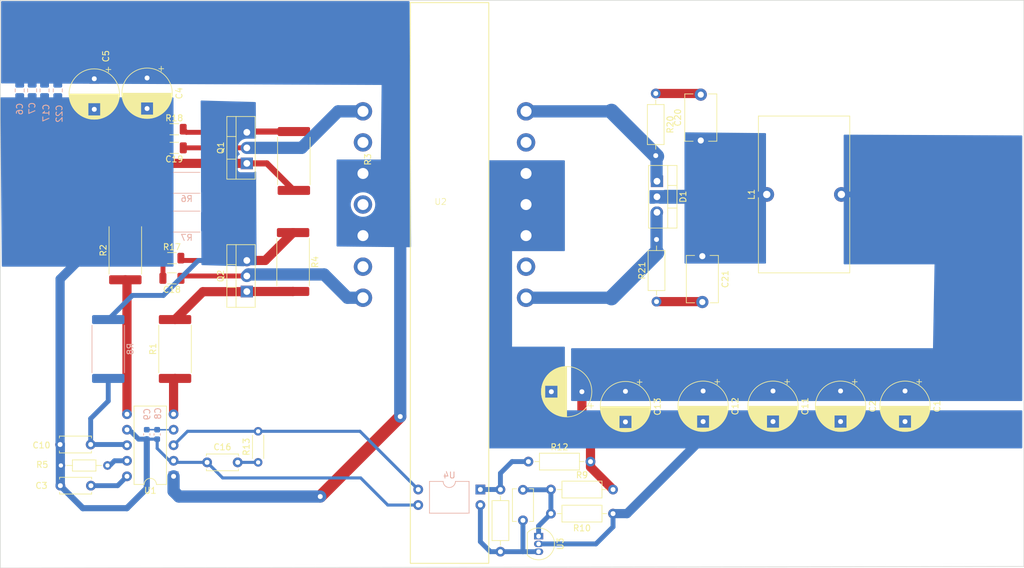
<source format=kicad_pcb>
(kicad_pcb (version 20221018) (generator pcbnew)
  (layers (0 "F.Cu" signal) (31 "B.Cu" signal) (34 "B.Paste" user) (35 "F.Paste" user) (36 "B.SilkS" user "B.Silkscreen") (37 "F.SilkS" user "F.Silkscreen") (38 "B.Mask" user) (39 "F.Mask" user) (44 "Edge.Cuts" user))
  (net 0 "")
  (net 1 "/OUT2")
  (net 2 "/OUT1")
  (net 3 "GND")
  (net 4 "Net-(U1-RT)")
  (net 5 "/CS")
  (net 6 "/Vref")
  (net 7 "GND2")
  (net 8 "Net-(U3-K)")
  (net 9 "Net-(R11-Pad2)")
  (net 10 "Vout")
  (net 11 "/Snb2")
  (net 12 "/Snb1")
  (net 13 "Net-(C20-Pad2)")
  (net 14 "Net-(C21-Pad2)")
  (net 15 "Net-(U1-Vcc)")
  (net 16 "Net-(U1-SS)")
  (net 17 "/VD1")
  (net 18 "/Vsw-out")
  (net 19 "/VD2")
  (net 20 "/SW1D")
  (net 21 "/Rsh")
  (net 22 "/SW2D")
  (net 23 "VDC")
  (net 24 "Net-(C16-Pad2)")
  (net 25 "/comp")
  (net 26 "/G1")
  (net 27 "/G2")
  (footprint "Package_TO_SOT_THT:TO-220-3_Vertical" (layer "F.Cu") (at 144.836 55.499 90)
    (fp_text reference "Q1" (at 2.54 -4.27 90) (layer "F.SilkS"))
    (fp_text value "IRF540N")
    (pad "1" thru_hole rect (at 0 0 90) (size 1.905 2) (drill 1.1) (layers "*.Cu" "*.Mask") (net 26 "/G1"))
    (pad "2" thru_hole oval (at 2.54 0 90) (size 1.905 2) (drill 1.1) (layers "*.Cu" "*.Mask") (net 20 "/SW1D"))
    (pad "3" thru_hole oval (at 5.08 0 90) (size 1.905 2) (drill 1.1) (layers "*.Cu" "*.Mask") (net 21 "/Rsh"))
  )
  (footprint "Capacitor_THT:CP_Radial_D8.0mm_P5.00mm" (layer "F.Cu") (at 206.756 92.777698 -90)
    (fp_text reference "C13" (at 2.5 -5.25 90) (layer "F.SilkS"))
    (fp_text value "330u")
    (pad "1" thru_hole rect (at 0 0 270) (size 1.6 1.6) (drill 0.8) (layers "*.Cu" "*.Mask") (net 10 "Vout"))
    (pad "2" thru_hole circle (at 5 0 270) (size 1.6 1.6) (drill 0.8) (layers "*.Cu" "*.Mask") (net 7 "GND2"))
  )
  (footprint "Resistor_THT:R_Axial_DIN0207_L6.3mm_D2.5mm_P10.16mm_Horizontal" (layer "F.Cu") (at 186.309 118.999 90)
    (fp_text reference "R11" hide)
    (fp_text value "1k")
    (pad "1" thru_hole circle (at 0 0 90) (size 1.6 1.6) (drill 0.8) (layers "*.Cu" "*.Mask") (net 8 "Net-(U3-K)"))
    (pad "2" thru_hole oval (at 10.16 0 90) (size 1.6 1.6) (drill 0.8) (layers "*.Cu" "*.Mask") (net 9 "Net-(R11-Pad2)"))
  )
  (footprint "Resistor_THT:R_Axial_DIN0204_L3.6mm_D1.6mm_P5.08mm_Horizontal" (layer "F.Cu") (at 146.685 104.394 90)
    (fp_text reference "R13" (at 2.54 -1.92 90) (layer "F.SilkS"))
    (fp_text value "DNP")
    (pad "1" thru_hole circle (at 0 0 90) (size 1.4 1.4) (drill 0.7) (layers "*.Cu" "*.Mask") (net 24 "Net-(C16-Pad2)"))
    (pad "2" thru_hole oval (at 5.08 0 90) (size 1.4 1.4) (drill 0.7) (layers "*.Cu" "*.Mask") (net 25 "/comp"))
  )
  (footprint "Resistor_SMD:R_4020_10251Metric" (layer "F.Cu") (at 152.527 55.1045 -90)
    (fp_text reference "R3" (at -0.254 -12.109 90) (layer "F.SilkS"))
    (fp_text value "10k")
    (pad "1" smd roundrect (at -4.8125 0 270) (size 1.475 5.3) (layers "F.Cu" "F.Paste" "F.Mask") (roundrect_rratio 0.1694922034) (net 21 "/Rsh"))
    (pad "2" smd roundrect (at 4.8125 0 270) (size 1.475 5.3) (layers "F.Cu" "F.Paste" "F.Mask") (roundrect_rratio 0.1694922034) (net 26 "/G1"))
  )
  (footprint "Resistor_THT:R_Axial_DIN0207_L6.3mm_D2.5mm_P10.16mm_Horizontal" (layer "F.Cu") (at 194.564 108.839)
    (fp_text reference "R9" (at 5.08 -2.37) (layer "F.SilkS"))
    (fp_text value "218k")
    (pad "1" thru_hole circle (at 0 0) (size 1.6 1.6) (drill 0.8) (layers "*.Cu" "*.Mask") (net 6 "/Vref"))
    (pad "2" thru_hole oval (at 10.16 0) (size 1.6 1.6) (drill 0.8) (layers "*.Cu" "*.Mask") (net 10 "Vout"))
  )
  (footprint "Push-Pull:ETD34-14pin" (layer "F.Cu") (at 163.83 62.23)
    (fp_text reference "U2" (at 12.7 -0.46 unlocked) (layer "F.SilkS") (effects (font (thickness 0.1))))
    (fp_text value "Custom_Transformer")
    (pad "1" thru_hole circle (at 0 -15.24) (size 3 3) (drill 1.8) (layers "*.Cu" "*.Mask") (net 20 "/SW1D"))
    (pad "2" thru_hole circle (at 0 -10.16) (size 3 3) (drill 1.8) (layers "*.Cu" "*.Mask"))
    (pad "3" thru_hole circle (at 0 -5.08) (size 3 3) (drill 1.8) (layers "*.Cu" "*.Mask") (net 23 "VDC"))
    (pad "4" thru_hole circle (at 0 0) (size 3 3) (drill 1.8) (layers "*.Cu" "*.Mask"))
    (pad "5" thru_hole circle (at 0 5.08) (size 3 3) (drill 1.8) (layers "*.Cu" "*.Mask") (net 23 "VDC"))
    (pad "6" thru_hole circle (at 0 10.16) (size 3 3) (drill 1.8) (layers "*.Cu" "*.Mask"))
    (pad "7" thru_hole circle (at 0 15.24) (size 3 3) (drill 1.8) (layers "*.Cu" "*.Mask") (net 22 "/SW2D"))
    (pad "8" thru_hole circle (at 26.67 15.24) (size 3 3) (drill 1.8) (layers "*.Cu" "*.Mask") (net 19 "/VD2"))
    (pad "9" thru_hole circle (at 26.67 10.16) (size 3 3) (drill 1.8) (layers "*.Cu" "*.Mask"))
    (pad "10" thru_hole circle (at 26.67 5.08) (size 3 3) (drill 1.8) (layers "*.Cu" "*.Mask") (net 7 "GND2"))
    (pad "11" thru_hole circle (at 26.67 0) (size 3 3) (drill 1.8) (layers "*.Cu" "*.Mask"))
    (pad "12" thru_hole circle (at 26.67 -5.08) (size 3 3) (drill 1.8) (layers "*.Cu" "*.Mask") (net 7 "GND2"))
    (pad "13" thru_hole circle (at 26.67 -10.16) (size 3 3) (drill 1.8) (layers "*.Cu" "*.Mask"))
    (pad "14" thru_hole circle (at 26.67 -15.24) (size 3 3) (drill 1.8) (layers "*.Cu" "*.Mask") (net 17 "/VD1"))
  )
  (footprint "Resistor_THT:R_Axial_DIN0207_L6.3mm_D2.5mm_P10.16mm_Horizontal" (layer "F.Cu") (at 211.836 78.105 90)
    (fp_text reference "R21" (at 5.08 -2.37 90) (layer "F.SilkS"))
    (fp_text value "10k")
    (pad "1" thru_hole circle (at 0 0 90) (size 1.6 1.6) (drill 0.8) (layers "*.Cu" "*.Mask") (net 14 "Net-(C21-Pad2)"))
    (pad "2" thru_hole oval (at 10.16 0 90) (size 1.6 1.6) (drill 0.8) (layers "*.Cu" "*.Mask") (net 19 "/VD2"))
  )
  (footprint "Resistor_SMD:R_4020_10251Metric" (layer "F.Cu") (at 133.096 85.852 90)
    (fp_text reference "R1" (at 0 -3.6 90) (layer "F.SilkS"))
    (fp_text value "10")
    (pad "1" smd roundrect (at -4.8125 0 90) (size 1.475 5.3) (layers "F.Cu" "F.Paste" "F.Mask") (roundrect_rratio 0.1694922034) (net 1 "/OUT2"))
    (pad "2" smd roundrect (at 4.8125 0 90) (size 1.475 5.3) (layers "F.Cu" "F.Paste" "F.Mask") (roundrect_rratio 0.1694922034) (net 27 "/G2"))
  )
  (footprint "Resistor_THT:R_Axial_DIN0207_L6.3mm_D2.5mm_P10.16mm_Horizontal" (layer "F.Cu") (at 211.709 44.069 -90)
    (fp_text reference "R20" (at 5.08 -2.37 90) (layer "F.SilkS"))
    (fp_text value "10k")
    (pad "1" thru_hole circle (at 0 0 270) (size 1.6 1.6) (drill 0.8) (layers "*.Cu" "*.Mask") (net 13 "Net-(C20-Pad2)"))
    (pad "2" thru_hole oval (at 10.16 0 270) (size 1.6 1.6) (drill 0.8) (layers "*.Cu" "*.Mask") (net 17 "/VD1"))
  )
  (footprint "Capacitor_THT:CP_Radial_D8.0mm_P5.00mm" (layer "F.Cu") (at 128.524 41.529 -90)
    (fp_text reference "C4" (at 2.5 -5.25 90) (layer "F.SilkS"))
    (fp_text value "330u")
    (pad "1" thru_hole rect (at 0 0 270) (size 1.6 1.6) (drill 0.8) (layers "*.Cu" "*.Mask") (net 23 "VDC"))
    (pad "2" thru_hole circle (at 5 0 270) (size 1.6 1.6) (drill 0.8) (layers "*.Cu" "*.Mask") (net 3 "GND"))
  )
  (footprint "Capacitor_THT:C_Disc_D5.0mm_W2.5mm_P5.00mm" (layer "F.Cu") (at 114.34 108.204)
    (fp_text reference "C3" (at -3.088 0) (layer "F.SilkS"))
    (fp_text value "20nF")
    (pad "1" thru_hole circle (at 0 0) (size 1.6 1.6) (drill 0.8) (layers "*.Cu" "*.Mask") (net 3 "GND"))
    (pad "2" thru_hole circle (at 5 0) (size 1.6 1.6) (drill 0.8) (layers "*.Cu" "*.Mask") (net 16 "Net-(U1-SS)"))
  )
  (footprint "Capacitor_THT:C_Disc_D7.5mm_W5.0mm_P7.50mm" (layer "F.Cu") (at 219.075 51.756 90)
    (fp_text reference "C20" (at 3.75 -3.75 90) (layer "F.SilkS"))
    (fp_text value "C")
    (pad "1" thru_hole circle (at 0 0 90) (size 2 2) (drill 1) (layers "*.Cu" "*.Mask") (net 18 "/Vsw-out"))
    (pad "2" thru_hole circle (at 7.5 0 90) (size 2 2) (drill 1) (layers "*.Cu" "*.Mask") (net 13 "Net-(C20-Pad2)"))
  )
  (footprint "Capacitor_THT:C_Disc_D5.0mm_W2.5mm_P5.00mm" (layer "F.Cu") (at 119.3 101.473 180)
    (fp_text reference "C10" (at 8.048 -0.127) (layer "F.SilkS"))
    (fp_text value "C")
    (pad "1" thru_hole circle (at 0 0 180) (size 1.6 1.6) (drill 0.8) (layers "*.Cu" "*.Mask") (net 5 "/CS"))
    (pad "2" thru_hole circle (at 5 0 180) (size 1.6 1.6) (drill 0.8) (layers "*.Cu" "*.Mask") (net 3 "GND"))
  )
  (footprint "Resistor_SMD:R_4020_10251Metric" (layer "F.Cu") (at 124.968 69.723 90)
    (fp_text reference "R2" (at 0 -3.6 90) (layer "F.SilkS"))
    (fp_text value "10")
    (pad "1" smd roundrect (at -4.8125 0 90) (size 1.475 5.3) (layers "F.Cu" "F.Paste" "F.Mask") (roundrect_rratio 0.1694922034) (net 2 "/OUT1"))
    (pad "2" smd roundrect (at 4.8125 0 90) (size 1.475 5.3) (layers "F.Cu" "F.Paste" "F.Mask") (roundrect_rratio 0.1694922034) (net 26 "/G1"))
  )
  (footprint "Resistor_THT:R_Axial_DIN0207_L6.3mm_D2.5mm_P10.16mm_Horizontal" (layer "F.Cu") (at 204.724 112.776 180)
    (fp_text reference "R10" (at 5.08 -2.37) (layer "F.SilkS"))
    (fp_text value "12k")
    (pad "1" thru_hole circle (at 0 0 180) (size 1.6 1.6) (drill 0.8) (layers "*.Cu" "*.Mask") (net 7 "GND2"))
    (pad "2" thru_hole oval (at 10.16 0 180) (size 1.6 1.6) (drill 0.8) (layers "*.Cu" "*.Mask") (net 6 "/Vref"))
  )
  (footprint "Capacitor_THT:C_Disc_D7.5mm_W5.0mm_P7.50mm" (layer "F.Cu") (at 219.329 70.672 -90)
    (fp_text reference "C21" (at 3.75 -3.75 90) (layer "F.SilkS"))
    (fp_text value "C")
    (pad "1" thru_hole circle (at 0 0 270) (size 2 2) (drill 1) (layers "*.Cu" "*.Mask") (net 18 "/Vsw-out"))
    (pad "2" thru_hole circle (at 7.5 0 270) (size 2 2) (drill 1) (layers "*.Cu" "*.Mask") (net 14 "Net-(C21-Pad2)"))
  )
  (footprint "Capacitor_THT:CP_Radial_D8.0mm_P5.00mm" (layer "F.Cu") (at 230.886 92.720349 -90)
    (fp_text reference "C11" (at 2.5 -5.25 90) (layer "F.SilkS"))
    (fp_text value "330u")
    (pad "1" thru_hole rect (at 0 0 270) (size 1.6 1.6) (drill 0.8) (layers "*.Cu" "*.Mask") (net 10 "Vout"))
    (pad "2" thru_hole circle (at 5 0 270) (size 1.6 1.6) (drill 0.8) (layers "*.Cu" "*.Mask") (net 7 "GND2"))
  )
  (footprint "Capacitor_THT:CP_Radial_D8.0mm_P5.00mm" (layer "F.Cu") (at 199.633651 92.837 180)
    (fp_text reference "C14" hide)
    (fp_text value "330u")
    (pad "1" thru_hole rect (at 0 0 180) (size 1.6 1.6) (drill 0.8) (layers "*.Cu" "*.Mask") (net 10 "Vout"))
    (pad "2" thru_hole circle (at 5 0 180) (size 1.6 1.6) (drill 0.8) (layers "*.Cu" "*.Mask") (net 7 "GND2"))
  )
  (footprint "Capacitor_THT:CP_Radial_D8.0mm_P5.00mm" (layer "F.Cu") (at 119.888 41.656 -90)
    (fp_text reference "C5" (at -3.683 -1.905 90) (layer "F.SilkS"))
    (fp_text value "330uF")
    (pad "1" thru_hole rect (at 0 0 270) (size 1.6 1.6) (drill 0.8) (layers "*.Cu" "*.Mask") (net 23 "VDC"))
    (pad "2" thru_hole circle (at 5 0 270) (size 1.6 1.6) (drill 0.8) (layers "*.Cu" "*.Mask") (net 3 "GND"))
  )
  (footprint "Capacitor_THT:CP_Radial_D8.0mm_P5.00mm" (layer "F.Cu") (at 219.456 92.720349 -90)
    (fp_text reference "C12" (at 2.5 -5.25 90) (layer "F.SilkS"))
    (fp_text value "330u")
    (pad "1" thru_hole rect (at 0 0 270) (size 1.6 1.6) (drill 0.8) (layers "*.Cu" "*.Mask") (net 10 "Vout"))
    (pad "2" thru_hole circle (at 5 0 270) (size 1.6 1.6) (drill 0.8) (layers "*.Cu" "*.Mask") (net 7 "GND2"))
  )
  (footprint "Capacitor_THT:CP_Radial_D8.0mm_P5.00mm" (layer "F.Cu") (at 252.476 92.720349 -90)
    (fp_text reference "C1" (at 2.5 -5.25 90) (layer "F.SilkS"))
    (fp_text value "330u")
    (pad "1" thru_hole rect (at 0 0 270) (size 1.6 1.6) (drill 0.8) (layers "*.Cu" "*.Mask") (net 10 "Vout"))
    (pad "2" thru_hole circle (at 5 0 270) (size 1.6 1.6) (drill 0.8) (layers "*.Cu" "*.Mask") (net 7 "GND2"))
  )
  (footprint "Capacitor_THT:C_Disc_D5.0mm_W2.5mm_P5.00mm" (layer "F.Cu") (at 138.343 104.394)
    (fp_text reference "C16" (at 2.5 -2.5) (layer "F.SilkS"))
    (fp_text value "250nF")
    (pad "1" thru_hole circle (at 0 0) (size 1.6 1.6) (drill 0.8) (layers "*.Cu" "*.Mask") (net 3 "GND"))
    (pad "2" thru_hole circle (at 5 0) (size 1.6 1.6) (drill 0.8) (layers "*.Cu" "*.Mask") (net 24 "Net-(C16-Pad2)"))
  )
  (footprint "Capacitor_SMD:C_1206_3216Metric" (layer "F.Cu") (at 132.969 52.959 180)
    (fp_text reference "C19" (at 0 -1.85 180) (layer "F.SilkS"))
    (fp_text value "C")
    (pad "1" smd roundrect (at -1.475 0 180) (size 1.15 1.8) (layers "F.Cu" "F.Paste" "F.Mask") (roundrect_rratio 0.2173913043) (net 20 "/SW1D"))
    (pad "2" smd roundrect (at 1.475 0 180) (size 1.15 1.8) (layers "F.Cu" "F.Paste" "F.Mask") (roundrect_rratio 0.2173913043) (net 12 "/Snb1"))
  )
  (footprint "Package_TO_SOT_THT:TO-92_Inline" (layer "F.Cu") (at 192.553 116.459 -90)
    (fp_text reference "U3" (at 1.27 -3.56 90) (layer "F.SilkS"))
    (fp_text value "TL431LP")
    (pad "1" thru_hole rect (at 0 0 270) (size 1.05 1.5) (drill 0.75) (layers "*.Cu" "*.Mask") (net 6 "/Vref"))
    (pad "2" thru_hole oval (at 1.27 0 270) (size 1.05 1.5) (drill 0.75) (layers "*.Cu" "*.Mask") (net 7 "GND2"))
    (pad "3" thru_hole oval (at 2.54 0 270) (size 1.05 1.5) (drill 0.75) (layers "*.Cu" "*.Mask") (net 8 "Net-(U3-K)"))
  )
  (footprint "Package_DIP:DIP-10_W7.62mm" (layer "F.Cu") (at 132.857 106.675 180)
    (fp_text reference "U1" (at 3.81 -2.33 180) (layer "F.SilkS"))
    (fp_text value "~")
    (pad "1" thru_hole rect (at 0 0 180) (size 1.6 1.6) (drill 0.8) (layers "*.Cu" "*.Mask") (net 23 "VDC"))
    (pad "2" thru_hole oval (at 0 2.54 180) (size 1.6 1.6) (drill 0.8) (layers "*.Cu" "*.Mask") (net 3 "GND"))
    (pad "3" thru_hole oval (at 0 5.08 180) (size 1.6 1.6) (drill 0.8) (layers "*.Cu" "*.Mask") (net 25 "/comp"))
    (pad "4" thru_hole oval (at 0 7.62 180) (size 1.6 1.6) (drill 0.8) (layers "*.Cu" "*.Mask") (net 15 "Net-(U1-Vcc)"))
    (pad "5" thru_hole oval (at 0 10.16 180) (size 1.6 1.6) (drill 0.8) (layers "*.Cu" "*.Mask") (net 1 "/OUT2"))
    (pad "6" thru_hole oval (at 7.62 10.16 180) (size 1.6 1.6) (drill 0.8) (layers "*.Cu" "*.Mask") (net 2 "/OUT1"))
    (pad "7" thru_hole oval (at 7.62 7.62 180) (size 1.6 1.6) (drill 0.8) (layers "*.Cu" "*.Mask") (net 3 "GND"))
    (pad "8" thru_hole oval (at 7.62 5.08 180) (size 1.6 1.6) (drill 0.8) (layers "*.Cu" "*.Mask") (net 5 "/CS"))
    (pad "9" thru_hole oval (at 7.62 2.54 180) (size 1.6 1.6) (drill 0.8) (layers "*.Cu" "*.Mask") (net 4 "Net-(U1-RT)"))
    (pad "10" thru_hole oval (at 7.62 0 180) (size 1.6 1.6) (drill 0.8) (layers "*.Cu" "*.Mask") (net 16 "Net-(U1-SS)"))
  )
  (footprint "Resistor_SMD:R_1206_3216Metric" (layer "F.Cu") (at 132.588 70.993)
    (fp_text reference "R17" (at 0 -1.82) (layer "F.SilkS"))
    (fp_text value "10k")
    (pad "1" smd roundrect (at -1.4625 0) (size 1.125 1.75) (layers "F.Cu" "F.Paste" "F.Mask") (roundrect_rratio 0.2222222222) (net 11 "/Snb2"))
    (pad "2" smd roundrect (at 1.4625 0) (size 1.125 1.75) (layers "F.Cu" "F.Paste" "F.Mask") (roundrect_rratio 0.2222222222) (net 21 "/Rsh"))
  )
  (footprint "Capacitor_THT:C_Disc_D5.1mm_W3.2mm_P5.00mm" (layer "F.Cu") (at 189.992 113.879 90)
    (fp_text reference "C15" hide)
    (fp_text value "470pF")
    (pad "1" thru_hole circle (at 0 0 90) (size 1.6 1.6) (drill 0.8) (layers "*.Cu" "*.Mask") (net 8 "Net-(U3-K)"))
    (pad "2" thru_hole circle (at 5 0 90) (size 1.6 1.6) (drill 0.8) (layers "*.Cu" "*.Mask") (net 6 "/Vref"))
  )
  (footprint "Capacitor_SMD:C_1206_3216Metric" (layer "F.Cu") (at 132.588 74.295 180)
    (fp_text reference "C18" (at 0 -1.85 180) (layer "F.SilkS"))
    (fp_text value "C")
    (pad "1" smd roundrect (at -1.475 0 180) (size 1.15 1.8) (layers "F.Cu" "F.Paste" "F.Mask") (roundrect_rratio 0.2173913043) (net 22 "/SW2D"))
    (pad "2" smd roundrect (at 1.475 0 180) (size 1.15 1.8) (layers "F.Cu" "F.Paste" "F.Mask") (roundrect_rratio 0.2173913043) (net 11 "/Snb2"))
  )
  (footprint "Package_TO_SOT_THT:TO-220-3_Vertical" (layer "F.Cu") (at 144.836 76.454 90)
    (fp_text reference "Q2" (at 2.54 -4.27 90) (layer "F.SilkS"))
    (fp_text value "IRF540N")
    (pad "1" thru_hole rect (at 0 0 90) (size 1.905 2) (drill 1.1) (layers "*.Cu" "*.Mask") (net 27 "/G2"))
    (pad "2" thru_hole oval (at 2.54 0 90) (size 1.905 2) (drill 1.1) (layers "*.Cu" "*.Mask") (net 22 "/SW2D"))
    (pad "3" thru_hole oval (at 5.08 0 90) (size 1.905 2) (drill 1.1) (layers "*.Cu" "*.Mask") (net 21 "/Rsh"))
  )
  (footprint "Package_TO_SOT_THT:TO-220-3_Vertical" (layer "F.Cu") (at 211.911 58.42 -90)
    (fp_text reference "D1" (at 2.54 -4.27 90) (layer "F.SilkS"))
    (fp_text value "MBR20200")
    (pad "1" thru_hole rect (at 0 0 270) (size 1.905 2) (drill 1.1) (layers "*.Cu" "*.Mask") (net 17 "/VD1"))
    (pad "2" thru_hole oval (at 2.54 0 270) (size 1.905 2) (drill 1.1) (layers "*.Cu" "*.Mask") (net 18 "/Vsw-out"))
    (pad "3" thru_hole oval (at 5.08 0 270) (size 1.905 2) (drill 1.1) (layers "*.Cu" "*.Mask") (net 19 "/VD2"))
  )
  (footprint "Resistor_SMD:R_4020_10251Metric" (layer "F.Cu") (at 152.4 71.628 -90)
    (fp_text reference "R4" (at 0 -3.6 90) (layer "F.SilkS"))
    (fp_text value "10k")
    (pad "1" smd roundrect (at -4.8125 0 270) (size 1.475 5.3) (layers "F.Cu" "F.Paste" "F.Mask") (roundrect_rratio 0.1694922034) (net 21 "/Rsh"))
    (pad "2" smd roundrect (at 4.8125 0 270) (size 1.475 5.3) (layers "F.Cu" "F.Paste" "F.Mask") (roundrect_rratio 0.1694922034) (net 27 "/G2"))
  )
  (footprint "Capacitor_THT:CP_Radial_D8.0mm_P5.00mm" (layer "F.Cu") (at 241.935 92.720349 -90)
    (fp_text reference "C2" (at 2.5 -5.25 90) (layer "F.SilkS"))
    (fp_text value "330u")
    (pad "1" thru_hole rect (at 0 0 270) (size 1.6 1.6) (drill 0.8) (layers "*.Cu" "*.Mask") (net 10 "Vout"))
    (pad "2" thru_hole circle (at 5 0 270) (size 1.6 1.6) (drill 0.8) (layers "*.Cu" "*.Mask") (net 7 "GND2"))
  )
  (footprint "Resistor_THT:R_Axial_DIN0207_L6.3mm_D2.5mm_P10.16mm_Horizontal" (layer "F.Cu") (at 190.881 104.267)
    (fp_text reference "R12" (at 5.08 -2.37) (layer "F.SilkS"))
    (fp_text value "15k")
    (pad "1" thru_hole circle (at 0 0) (size 1.6 1.6) (drill 0.8) (layers "*.Cu" "*.Mask") (net 9 "Net-(R11-Pad2)"))
    (pad "2" thru_hole oval (at 10.16 0) (size 1.6 1.6) (drill 0.8) (layers "*.Cu" "*.Mask") (net 10 "Vout"))
  )
  (footprint "Resistor_SMD:R_1206_3216Metric" (layer "F.Cu") (at 132.969 49.911)
    (fp_text reference "R18" (at 0 -1.82) (layer "F.SilkS"))
    (fp_text value "10k")
    (pad "1" smd roundrect (at -1.4625 0) (size 1.125 1.75) (layers "F.Cu" "F.Paste" "F.Mask") (roundrect_rratio 0.2222222222) (net 12 "/Snb1"))
    (pad "2" smd roundrect (at 1.4625 0) (size 1.125 1.75) (layers "F.Cu" "F.Paste" "F.Mask") (roundrect_rratio 0.2222222222) (net 21 "/Rsh"))
  )
  (footprint "Resistor_THT:R_Axial_DIN0204_L3.6mm_D1.6mm_P7.62mm_Horizontal" (layer "F.Cu") (at 114.427 104.902)
    (fp_text reference "R5" (at -3.048 -0.127) (layer "F.SilkS"))
    (fp_text value "26k7")
    (pad "1" thru_hole circle (at 0 0) (size 1.4 1.4) (drill 0.7) (layers "*.Cu" "*.Mask") (net 3 "GND"))
    (pad "2" thru_hole oval (at 7.62 0) (size 1.4 1.4) (drill 0.7) (layers "*.Cu" "*.Mask") (net 4 "Net-(U1-RT)"))
  )
  (footprint "Inductor_THT:L_Toroid_Vertical_L25.4mm_W14.7mm_P12.20mm_Vishay_TJ5" (layer "F.Cu") (at 229.866 60.579 90)
    (fp_text reference "L1" (at 0 -2.5 90) (layer "F.SilkS"))
    (fp_text value "L")
    (pad "1" thru_hole circle (at 0 0 90) (size 2.4 2.4) (drill 1.2) (layers "*.Cu" "*.Mask") (net 18 "/Vsw-out"))
    (pad "2" thru_hole circle (at 0 12.2 90) (size 2.4 2.4) (drill 1.2) (layers "*.Cu" "*.Mask") (net 10 "Vout"))
  )
  (footprint "Capacitor_SMD:C_0805_2012Metric" (layer "B.Cu") (at 111.76 43.561 90)
    (fp_text reference "C17" (at -3.683 0.254 90) (layer "B.SilkS") (effects (justify mirror)))
    (fp_text value "1u")
    (pad "1" smd roundrect (at -0.95 0 90) (size 1 1.45) (layers "B.Cu" "B.Paste" "B.Mask") (net 3 "GND"))
    (pad "2" smd roundrect (at 0.95 0 90) (size 1 1.45) (layers "B.Cu" "B.Paste" "B.Mask") (net 23 "VDC"))
  )
  (footprint "Resistor_SMD:R_4020_10251Metric" (layer "B.Cu") (at 122.174 85.852 90)
    (fp_text reference "R8" (at 0 3.6 90) (layer "B.SilkS") (effects (justify mirror)))
    (fp_text value "10k")
    (pad "1" smd roundrect (at -4.8125 0 90) (size 1.475 5.3) (layers "B.Cu" "B.Paste" "B.Mask") (roundrect_rratio 0.1694922034) (net 5 "/CS"))
    (pad "2" smd roundrect (at 4.8125 0 90) (size 1.475 5.3) (layers "B.Cu" "B.Paste" "B.Mask") (roundrect_rratio 0.1694922034) (net 21 "/Rsh"))
  )
  (footprint "Capacitor_SMD:C_0805_2012Metric" (layer "B.Cu") (at 109.728 43.561 90)
    (fp_text reference "C7" (at -2.921 0 90) (layer "B.SilkS") (effects (justify mirror)))
    (fp_text value "1u")
    (pad "1" smd roundrect (at -0.95 0 90) (size 1 1.45) (layers "B.Cu" "B.Paste" "B.Mask") (net 3 "GND"))
    (pad "2" smd roundrect (at 0.95 0 90) (size 1 1.45) (layers "B.Cu" "B.Paste" "B.Mask") (net 23 "VDC"))
  )
  (footprint "Capacitor_SMD:C_0603_1608Metric" (layer "B.Cu") (at 128.473 99.822 -90)
    (fp_text reference "C8" (at -3.429 -1.829 90) (layer "B.SilkS") (effects (justify mirror)))
    (fp_text value "100nF")
    (pad "1" smd roundrect (at -0.775 0 270) (size 0.9 0.95) (layers "B.Cu" "B.Paste" "B.Mask") (net 15 "Net-(U1-Vcc)"))
    (pad "2" smd roundrect (at 0.775 0 270) (size 0.9 0.95) (layers "B.Cu" "B.Paste" "B.Mask") (net 3 "GND"))
  )
  (footprint "Capacitor_SMD:C_0603_1608Metric" (layer "B.Cu") (at 130.175 99.822 -90)
    (fp_text reference "C9" (at -3.302 1.651 90) (layer "B.SilkS") (effects (justify mirror)))
    (fp_text value "1uF")
    (pad "1" smd roundrect (at -0.775 0 270) (size 0.9 0.95) (layers "B.Cu" "B.Paste" "B.Mask") (net 15 "Net-(U1-Vcc)"))
    (pad "2" smd roundrect (at 0.775 0 270) (size 0.9 0.95) (layers "B.Cu" "B.Paste" "B.Mask") (net 3 "GND"))
  )
  (footprint "Resistor_SMD:R_2512_6332Metric_Pad1.40x3.35mm_HandSolder" (layer "B.Cu") (at 135.001 58.674)
    (fp_text reference "R6" (at 0 2.62) (layer "B.SilkS") (effects (justify mirror)))
    (fp_text value "68m")
    (pad "1" smd roundrect (at -3.05 0) (size 1.4 3.35) (layers "B.Cu" "B.Paste" "B.Mask") (roundrect_rratio 0.1785707143) (net 3 "GND"))
    (pad "2" smd roundrect (at 3.05 0) (size 1.4 3.35) (layers "B.Cu" "B.Paste" "B.Mask") (roundrect_rratio 0.1785707143) (net 21 "/Rsh"))
  )
  (footprint "Capacitor_SMD:C_0805_2012Metric" (layer "B.Cu") (at 113.919 43.561 90)
    (fp_text reference "C22" (at -3.81 0.254 90) (layer "B.SilkS") (effects (justify mirror)))
    (fp_text value "1u")
    (pad "1" smd roundrect (at -0.95 0 90) (size 1 1.45) (layers "B.Cu" "B.Paste" "B.Mask") (net 3 "GND"))
    (pad "2" smd roundrect (at 0.95 0 90) (size 1 1.45) (layers "B.Cu" "B.Paste" "B.Mask") (net 23 "VDC"))
  )
  (footprint "Capacitor_SMD:C_0805_2012Metric" (layer "B.Cu") (at 107.696 43.561 90)
    (fp_text reference "C6" (at -3.048 0 90) (layer "B.SilkS") (effects (justify mirror)))
    (fp_text value "1u")
    (pad "1" smd roundrect (at -0.95 0 90) (size 1 1.45) (layers "B.Cu" "B.Paste" "B.Mask") (net 3 "GND"))
    (pad "2" smd roundrect (at 0.95 0 90) (size 1 1.45) (layers "B.Cu" "B.Paste" "B.Mask") (net 23 "VDC"))
  )
  (footprint "Package_DIP:DIP-4_W10.16mm" (layer "B.Cu") (at 183.027 108.834 180)
    (fp_text reference "U4" (at 5.08 2.33 -360) (layer "B.SilkS") (effects (justify mirror)))
    (fp_text value "LTV-817M")
    (pad "1" thru_hole rect (at 0 0 180) (size 1.6 1.6) (drill 0.8) (layers "*.Cu" "*.Mask") (net 9 "Net-(R11-Pad2)"))
    (pad "2" thru_hole oval (at 0 -2.54 180) (size 1.6 1.6) (drill 0.8) (layers "*.Cu" "*.Mask") (net 8 "Net-(U3-K)"))
    (pad "3" thru_hole oval (at 10.16 -2.54 180) (size 1.6 1.6) (drill 0.8) (layers "*.Cu" "*.Mask") (net 3 "GND"))
    (pad "4" thru_hole oval (at 10.16 0 180) (size 1.6 1.6) (drill 0.8) (layers "*.Cu" "*.Mask") (net 25 "/comp"))
  )
  (footprint "Resistor_SMD:R_2512_6332Metric_Pad1.40x3.35mm_HandSolder" (layer "B.Cu") (at 135.001 65.024)
    (fp_text reference "R7" (at 0 2.62) (layer "B.SilkS") (effects (justify mirror)))
    (fp_text value "68m")
    (pad "1" smd roundrect (at -3.05 0) (size 1.4 3.35) (layers "B.Cu" "B.Paste" "B.Mask") (roundrect_rratio 0.1785707143) (net 3 "GND"))
    (pad "2" smd roundrect (at 3.05 0) (size 1.4 3.35) (layers "B.Cu" "B.Paste" "B.Mask") (roundrect_rratio 0.1785707143) (net 21 "/Rsh"))
  )
  (gr_rect (start 171.577 29.21) (end 184.404 120.904) (stroke (width 0.15)) (fill none) (layer "F.SilkS"))
  (gr_line (start 271.907 121.412) (end 271.907 28.829) (stroke (width 0.1)) (layer "Edge.Cuts"))
  (gr_line (start 104.521 121.666) (end 271.907 121.412) (stroke (width 0.1)) (layer "Edge.Cuts"))
  (gr_line (start 271.907 28.829) (end 104.521 28.829) (stroke (width 0.1)) (layer "Edge.Cuts"))
  (gr_line (start 104.521 28.829) (end 104.521 121.666) (stroke (width 0.1)) (layer "Edge.Cuts"))
  (segment (start 132.857 90.9035) (end 133.096 90.6645) (width 1.5) (layer "F.Cu") (net 1))
  (segment (start 132.857 96.515) (end 132.857 90.9035) (width 1.5) (layer "F.Cu") (net 1))
  (segment (start 125.237 96.515) (end 125.237 74.8045) (width 1.5) (layer "F.Cu") (net 2))
  (segment (start 125.237 74.8045) (end 124.968 74.5355) (width 1.5) (layer "F.Cu") (net 2))
  (segment (start 114.34 108.204) (end 114.34 101.513) (width 1.5) (layer "B.Cu") (net 3))
  (segment (start 130.175 100.597) (end 130.175 102.108) (width 0.5) (layer "B.Cu") (net 3))
  (segment (start 132.862 104.14) (end 132.857 104.135) (width 1.5) (layer "B.Cu") (net 3))
  (segment (start 138.343 104.394) (end 140.89 106.941) (width 0.5) (layer "B.Cu") (net 3))
  (segment (start 125.222 111.887) (end 128.473 108.636) (width 1) (layer "B.Cu") (net 3))
  (segment (start 163.456 106.941) (end 167.889 111.374) (width 0.5) (layer "B.Cu") (net 3))
  (segment (start 114.3 74.422) (end 114.3 101.473) (width 1.5) (layer "B.Cu") (net 3))
  (segment (start 114.34 101.513) (end 114.3 101.473) (width 1.5) (layer "B.Cu") (net 3))
  (segment (start 114.34 108.204) (end 118.023 111.887) (width 1) (layer "B.Cu") (net 3))
  (segment (start 133.116 104.394) (end 132.857 104.135) (width 0.5) (layer "B.Cu") (net 3))
  (segment (start 131.951 65.024) (end 123.698 65.024) (width 1.5) (layer "B.Cu") (net 3))
  (segment (start 127.14 100.597) (end 128.473 100.597) (width 0.8) (layer "B.Cu") (net 3))
  (segment (start 128.473 100.597) (end 130.175 100.597) (width 0.5) (layer "B.Cu") (net 3))
  (segment (start 125.598 99.055) (end 127.14 100.597) (width 0.8) (layer "B.Cu") (net 3))
  (segment (start 130.175 102.108) (end 132.202 104.135) (width 0.5) (layer "B.Cu") (net 3))
  (segment (start 123.698 65.024) (end 114.3 74.422) (width 1.5) (layer "B.Cu") (net 3))
  (segment (start 132.202 104.135) (end 132.857 104.135) (width 0.5) (layer "B.Cu") (net 3))
  (segment (start 138.343 104.394) (end 133.116 104.394) (width 0.5) (layer "B.Cu") (net 3))
  (segment (start 118.023 111.887) (end 125.222 111.887) (width 1) (layer "B.Cu") (net 3))
  (segment (start 167.889 111.374) (end 172.867 111.374) (width 0.5) (layer "B.Cu") (net 3))
  (segment (start 140.89 106.941) (end 163.456 106.941) (width 0.5) (layer "B.Cu") (net 3))
  (segment (start 128.473 108.636) (end 128.473 100.597) (width 1) (layer "B.Cu") (net 3))
  (segment (start 125.237 99.055) (end 125.598 99.055) (width 0.8) (layer "B.Cu") (net 3))
  (segment (start 122.047 104.775) (end 122.555 104.775) (width 0.8) (layer "B.Cu") (net 4))
  (segment (start 122.555 104.775) (end 123.195 104.135) (width 0.8) (layer "B.Cu") (net 4))
  (segment (start 123.195 104.135) (end 125.237 104.135) (width 0.8) (layer "B.Cu") (net 4))
  (segment (start 119.3 101.473) (end 119.3 97.235) (width 0.8) (layer "B.Cu") (net 5))
  (segment (start 125.115 101.473) (end 125.237 101.595) (width 0.25) (layer "B.Cu") (net 5))
  (segment (start 119.3 97.235) (end 122.174 94.361) (width 0.8) (layer "B.Cu") (net 5))
  (segment (start 119.427 101.473) (end 125.115 101.473) (width 0.8) (layer "B.Cu") (net 5))
  (segment (start 122.174 94.361) (end 122.174 90.6645) (width 0.8) (layer "B.Cu") (net 5))
  (segment (start 194.524 108.879) (end 194.564 108.839) (width 0.8) (layer "B.Cu") (net 6))
  (segment (start 189.992 108.879) (end 194.524 108.879) (width 0.8) (layer "B.Cu") (net 6))
  (segment (start 194.564 112.776) (end 194.564 108.839) (width 0.8) (layer "B.Cu") (net 6))
  (segment (start 192.553 114.787) (end 194.564 112.776) (width 0.8) (layer "B.Cu") (net 6))
  (segment (start 192.553 116.459) (end 192.553 114.787) (width 0.8) (layer "B.Cu") (net 6))
  (segment (start 204.724 114.935) (end 201.93 117.729) (width 0.8) (layer "B.Cu") (net 7))
  (segment (start 201.93 117.729) (end 192.553 117.729) (width 0.8) (layer "B.Cu") (net 7))
  (segment (start 204.724 112.776) (end 204.724 114.935) (width 0.8) (layer "B.Cu") (net 7))
  (segment (start 207.01 112.776) (end 219.456 100.33) (width 1.5) (layer "B.Cu") (net 7))
  (segment (start 219.456 100.33) (end 219.456 97.720349) (width 1.5) (layer "B.Cu") (net 7))
  (segment (start 204.724 112.776) (end 207.01 112.776) (width 1.5) (layer "B.Cu") (net 7))
  (segment (start 183.027 117.368) (end 183.027 111.374) (width 0.8) (layer "B.Cu") (net 8))
  (segment (start 186.309 118.999) (end 184.658 118.999) (width 0.8) (layer "B.Cu") (net 8))
  (segment (start 189.992 113.879) (end 189.992 118.999) (width 0.8) (layer "B.Cu") (net 8))
  (segment (start 184.658 118.999) (end 183.027 117.368) (width 0.8) (layer "B.Cu") (net 8))
  (segment (start 192.553 118.999) (end 189.992 118.999) (width 0.8) (layer "B.Cu") (net 8))
  (segment (start 189.992 118.999) (end 186.309 118.999) (width 0.8) (layer "B.Cu") (net 8))
  (segment (start 186.304 108.834) (end 186.309 108.839) (width 0.8) (layer "B.Cu") (net 9))
  (segment (start 186.309 106.172) (end 186.309 108.839) (width 0.8) (layer "B.Cu") (net 9))
  (segment (start 190.881 104.267) (end 188.214 104.267) (width 0.8) (layer "B.Cu") (net 9))
  (segment (start 183.027 108.834) (end 186.304 108.834) (width 0.8) (layer "B.Cu") (net 9))
  (segment (start 188.214 104.267) (end 186.309 106.172) (width 0.8) (layer "B.Cu") (net 9))
  (segment (start 201.041 104.267) (end 201.041 105.156) (width 1.5) (layer "F.Cu") (net 10))
  (segment (start 199.633651 98.287651) (end 201.041 99.695) (width 1.5) (layer "F.Cu") (net 10))
  (segment (start 201.041 99.695) (end 201.041 104.267) (width 1.5) (layer "F.Cu") (net 10))
  (segment (start 199.633651 92.837) (end 199.633651 98.287651) (width 1.5) (layer "F.Cu") (net 10))
  (segment (start 201.041 105.156) (end 204.724 108.839) (width 1.5) (layer "F.Cu") (net 10))
  (segment (start 131.1255 70.993) (end 131.1255 74.2825) (width 0.8) (layer "F.Cu") (net 11))
  (segment (start 131.1255 74.2825) (end 131.113 74.295) (width 0.8) (layer "F.Cu") (net 11))
  (segment (start 218.888 44.069) (end 219.075 44.256) (width 1.5) (layer "F.Cu") (net 13))
  (segment (start 211.709 44.069) (end 218.888 44.069) (width 1.5) (layer "F.Cu") (net 13))
  (segment (start 211.836 78.105) (end 219.262 78.105) (width 1.5) (layer "F.Cu") (net 14))
  (segment (start 219.262 78.105) (end 219.329 78.172) (width 1.5) (layer "F.Cu") (net 14))
  (segment (start 132.857 99.055) (end 130.183 99.055) (width 0.25) (layer "B.Cu") (net 15))
  (segment (start 130.183 99.055) (end 130.175 99.047) (width 0.25) (layer "B.Cu") (net 15))
  (segment (start 130.175 99.047) (end 128.473 99.047) (width 0.25) (layer "B.Cu") (net 15))
  (segment (start 119.34 108.204) (end 123.708 108.204) (width 0.8) (layer "B.Cu") (net 16))
  (segment (start 123.708 108.204) (end 125.237 106.675) (width 0.8) (layer "B.Cu") (net 16))
  (segment (start 190.5 46.99) (end 204.474 46.99) (width 2) (layer "B.Cu") (net 17))
  (segment (start 204.474 46.99) (end 211.84 54.356) (width 2.5) (layer "B.Cu") (net 17))
  (segment (start 211.84 54.356) (end 211.84 58.349) (width 2) (layer "B.Cu") (net 17))
  (segment (start 211.84 70.104) (end 211.84 63.571) (width 2) (layer "B.Cu") (net 19))
  (segment (start 204.474 77.47) (end 211.84 70.104) (width 2.5) (layer "B.Cu") (net 19))
  (segment (start 190.5 77.47) (end 204.474 77.47) (width 2) (layer "B.Cu") (net 19))
  (segment (start 144.836 52.959) (end 134.444 52.959) (width 0.8) (layer "F.Cu") (net 20))
  (segment (start 159.766 46.99) (end 153.797 52.959) (width 2) (layer "B.Cu") (net 20))
  (segment (start 153.797 52.959) (end 144.836 52.959) (width 2) (layer "B.Cu") (net 20))
  (segment (start 163.83 46.99) (end 159.766 46.99) (width 2) (layer "B.Cu") (net 20))
  (segment (start 134.4315 49.911) (end 134.9395 50.419) (width 0.8) (layer "F.Cu") (net 21))
  (segment (start 134.4315 71.374) (end 134.0505 70.993) (width 0.8) (layer "F.Cu") (net 21))
  (segment (start 144.836 71.374) (end 147.8415 71.374) (width 1.5) (layer "F.Cu") (net 21))
  (segment (start 147.8415 71.374) (end 152.4 66.8155) (width 1.5) (layer "F.Cu") (net 21))
  (segment (start 152.527 50.292) (end 144.963 50.292) (width 1) (layer "F.Cu") (net 21))
  (segment (start 134.9395 50.419) (end 144.836 50.419) (width 0.8) (layer "F.Cu") (net 21))
  (segment (start 144.963 50.292) (end 144.836 50.419) (width 1) (layer "F.Cu") (net 21))
  (segment (start 144.836 71.374) (end 134.4315 71.374) (width 0.8) (layer "F.Cu") (net 21))
  (segment (start 131.191 77.089) (end 126.1245 77.089) (width 0.8) (layer "B.Cu") (net 21))
  (segment (start 136.906 71.374) (end 131.191 77.089) (width 0.8) (layer "B.Cu") (net 21))
  (segment (start 144.836 71.374) (end 136.906 71.374) (width 0.8) (layer "B.Cu") (net 21))
  (segment (start 126.1245 77.089) (end 122.174 81.0395) (width 0.8) (layer "B.Cu") (net 21))
  (segment (start 134.444 73.914) (end 144.836 73.914) (width 0.8) (layer "F.Cu") (net 22))
  (segment (start 134.063 74.295) (end 134.444 73.914) (width 0.8) (layer "F.Cu") (net 22))
  (segment (start 145.09 73.66) (end 157.48 73.66) (width 2) (layer "B.Cu") (net 22))
  (segment (start 144.836 73.914) (end 145.09 73.66) (width 2) (layer "B.Cu") (net 22))
  (segment (start 157.48 73.66) (end 161.29 77.47) (width 2) (layer "B.Cu") (net 22))
  (segment (start 161.29 77.47) (end 163.83 77.47) (width 2) (layer "B.Cu") (net 22))
  (segment (start 156.845 109.982) (end 169.926 96.901) (width 2) (layer "F.Cu") (net 23))
  (via (at 169.926 96.901) (size 1.5) (drill 0.8) (layers "F.Cu" "B.Cu") (net 23))
  (via (at 156.845 109.982) (size 1.5) (drill 0.8) (layers "F.Cu" "B.Cu") (net 23))
  (segment (start 169.926 67.31) (end 169.926 96.901) (width 2) (layer "B.Cu") (net 23))
  (segment (start 163.83 67.31) (end 169.926 67.31) (width 2) (layer "B.Cu") (net 23))
  (segment (start 133.731 109.982) (end 132.857 109.108) (width 2) (layer "B.Cu") (net 23))
  (segment (start 132.857 109.108) (end 132.857 106.675) (width 2) (layer "B.Cu") (net 23))
  (segment (start 156.845 109.982) (end 133.731 109.982) (width 2) (layer "B.Cu") (net 23))
  (segment (start 143.343 104.394) (end 146.431 104.394) (width 0.5) (layer "B.Cu") (net 24))
  (segment (start 135.138 99.314) (end 132.857 101.595) (width 0.5) (layer "B.Cu") (net 25))
  (segment (start 163.347 99.314) (end 146.431 99.314) (width 0.5) (layer "B.Cu") (net 25))
  (segment (start 172.867 108.834) (end 163.347 99.314) (width 0.5) (layer "B.Cu") (net 25))
  (segment (start 146.431 99.314) (end 135.138 99.314) (width 0.5) (layer "B.Cu") (net 25))
  (segment (start 124.968 64.9105) (end 124.968 59.817) (width 1.5) (layer "F.Cu") (net 26))
  (segment (start 148.109 55.499) (end 152.527 59.917) (width 1) (layer "F.Cu") (net 26))
  (segment (start 144.836 55.499) (end 148.109 55.499) (width 1) (layer "F.Cu") (net 26))
  (segment (start 124.968 59.817) (end 129.286 55.499) (width 1.5) (layer "F.Cu") (net 26))
  (segment (start 129.286 55.499) (end 144.836 55.499) (width 1.5) (layer "F.Cu") (net 26))
  (segment (start 152.3865 76.454) (end 152.4 76.4405) (width 1.5) (layer "F.Cu") (net 27))
  (segment (start 137.6545 76.481) (end 144.809 76.481) (width 1.5) (layer "F.Cu") (net 27))
  (segment (start 133.096 81.0395) (end 137.6545 76.481) (width 1.5) (layer "F.Cu") (net 27))
  (segment (start 144.836 76.454) (end 152.3865 76.454) (width 1.5) (layer "F.Cu") (net 27))
  (segment (start 144.809 76.481) (end 144.836 76.454) (width 1.5) (layer "F.Cu") (net 27))
  (zone (net 12) (net_name "/Snb1") (layer "F.Cu") (priority 6) (connect_pads yes (clearance 0.5)) (min_thickness 0.25) (fill yes (thermal_gap 0.5) (thermal_bridge_width 0.5) (island_removal_mode 1) (island_area_min 10))
    (polygon (pts (xy 131.953 54.102) (xy 131.953 48.768) (xy 128.651 48.768) (xy 128.651 54.102)))
  )
  (zone (net 23) (net_name "VDC") (layer "B.Cu") (priority 1) (connect_pads yes (clearance 0.5)) (min_thickness 0.25) (fill yes (thermal_gap 0.5) (thermal_bridge_width 0.5))
    (polygon (pts (xy 159.512 54.864) (xy 159.512 69.088) (xy 171.704 69.215) (xy 171.45 28.956) (xy 104.648 28.956) (xy 104.648 42.418) (xy 166.878 42.672) (xy 166.751 54.864)))
  )
  (zone (net 7) (net_name "GND2") (layer "B.Cu") (priority 4) (connect_pads yes (clearance 0.5)) (min_thickness 0.25) (fill yes (thermal_gap 0.5) (thermal_bridge_width 0.5))
    (polygon (pts (xy 196.85 54.991) (xy 184.404 54.991) (xy 184.404 92.837) (xy 184.404 102.108) (xy 271.653 102.108) (xy 271.653 95.885) (xy 196.85 95.885) (xy 196.85 92.964) (xy 196.85 85.471) (xy 188.214 85.471) (xy 188.214 69.85) (xy 196.85 69.85)))
  )
  (zone (net 21) (net_name "/Rsh") (layer "B.Cu") (connect_pads yes (clearance 0.5)) (min_thickness 0.25) (fill yes (thermal_gap 0.5) (thermal_bridge_width 0.5))
    (polygon (pts (xy 137.287 45.212) (xy 146.304 45.466) (xy 146.431 72.39) (xy 137.414 72.136)))
  )
  (zone (net 3) (net_name "GND") (layer "B.Cu") (priority 2) (connect_pads yes (clearance 0.5)) (min_thickness 0.25) (fill yes (thermal_gap 0.5) (thermal_bridge_width 0.5))
    (polygon (pts (xy 132.842 72.39) (xy 132.842 44.704) (xy 104.521 44.704) (xy 104.775 72.39)))
  )
  (zone (net 18) (net_name "/Vsw-out") (layer "B.Cu") (priority 3) (connect_pads yes (clearance 0.5)) (min_thickness 0.25) (fill yes (thermal_gap 0.5) (thermal_bridge_width 0.5))
    (polygon (pts (xy 210.697 59.817) (xy 210.697 62.103) (xy 216.412 62.103) (xy 216.412 71.882) (xy 229.743 71.882) (xy 229.743 50.546) (xy 216.408 50.419) (xy 216.412 59.817)))
  )
  (zone (net 10) (net_name "Vout") (layer "B.Cu") (priority 5) (connect_pads yes (clearance 0.5)) (min_thickness 0.25) (fill yes (thermal_gap 0.5) (thermal_bridge_width 0.5))
    (polygon (pts (xy 242.443 50.8) (xy 242.443 72.009) (xy 257.302 72.009) (xy 257.048 85.725) (xy 197.866 85.725) (xy 197.866 94.361) (xy 271.653 94.361) (xy 271.653 50.927)))
  )
)
</source>
